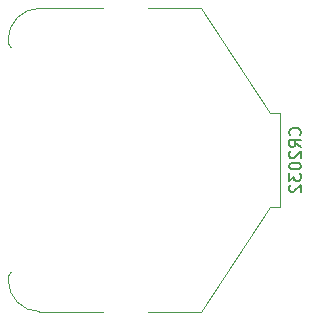
<source format=gbr>
%TF.GenerationSoftware,KiCad,Pcbnew,7.0.5*%
%TF.CreationDate,2024-01-30T14:43:17+01:00*%
%TF.ProjectId,DelaySw,44656c61-7953-4772-9e6b-696361645f70,rev?*%
%TF.SameCoordinates,Original*%
%TF.FileFunction,Legend,Bot*%
%TF.FilePolarity,Positive*%
%FSLAX46Y46*%
G04 Gerber Fmt 4.6, Leading zero omitted, Abs format (unit mm)*
G04 Created by KiCad (PCBNEW 7.0.5) date 2024-01-30 14:43:17*
%MOMM*%
%LPD*%
G01*
G04 APERTURE LIST*
%ADD10C,0.150000*%
%ADD11C,0.120000*%
G04 APERTURE END LIST*
D10*
%TO.C,CR2032*%
X54008580Y-39306761D02*
X54056200Y-39259142D01*
X54056200Y-39259142D02*
X54103819Y-39116285D01*
X54103819Y-39116285D02*
X54103819Y-39021047D01*
X54103819Y-39021047D02*
X54056200Y-38878190D01*
X54056200Y-38878190D02*
X53960961Y-38782952D01*
X53960961Y-38782952D02*
X53865723Y-38735333D01*
X53865723Y-38735333D02*
X53675247Y-38687714D01*
X53675247Y-38687714D02*
X53532390Y-38687714D01*
X53532390Y-38687714D02*
X53341914Y-38735333D01*
X53341914Y-38735333D02*
X53246676Y-38782952D01*
X53246676Y-38782952D02*
X53151438Y-38878190D01*
X53151438Y-38878190D02*
X53103819Y-39021047D01*
X53103819Y-39021047D02*
X53103819Y-39116285D01*
X53103819Y-39116285D02*
X53151438Y-39259142D01*
X53151438Y-39259142D02*
X53199057Y-39306761D01*
X54103819Y-40306761D02*
X53627628Y-39973428D01*
X54103819Y-39735333D02*
X53103819Y-39735333D01*
X53103819Y-39735333D02*
X53103819Y-40116285D01*
X53103819Y-40116285D02*
X53151438Y-40211523D01*
X53151438Y-40211523D02*
X53199057Y-40259142D01*
X53199057Y-40259142D02*
X53294295Y-40306761D01*
X53294295Y-40306761D02*
X53437152Y-40306761D01*
X53437152Y-40306761D02*
X53532390Y-40259142D01*
X53532390Y-40259142D02*
X53580009Y-40211523D01*
X53580009Y-40211523D02*
X53627628Y-40116285D01*
X53627628Y-40116285D02*
X53627628Y-39735333D01*
X53199057Y-40687714D02*
X53151438Y-40735333D01*
X53151438Y-40735333D02*
X53103819Y-40830571D01*
X53103819Y-40830571D02*
X53103819Y-41068666D01*
X53103819Y-41068666D02*
X53151438Y-41163904D01*
X53151438Y-41163904D02*
X53199057Y-41211523D01*
X53199057Y-41211523D02*
X53294295Y-41259142D01*
X53294295Y-41259142D02*
X53389533Y-41259142D01*
X53389533Y-41259142D02*
X53532390Y-41211523D01*
X53532390Y-41211523D02*
X54103819Y-40640095D01*
X54103819Y-40640095D02*
X54103819Y-41259142D01*
X53103819Y-41878190D02*
X53103819Y-41973428D01*
X53103819Y-41973428D02*
X53151438Y-42068666D01*
X53151438Y-42068666D02*
X53199057Y-42116285D01*
X53199057Y-42116285D02*
X53294295Y-42163904D01*
X53294295Y-42163904D02*
X53484771Y-42211523D01*
X53484771Y-42211523D02*
X53722866Y-42211523D01*
X53722866Y-42211523D02*
X53913342Y-42163904D01*
X53913342Y-42163904D02*
X54008580Y-42116285D01*
X54008580Y-42116285D02*
X54056200Y-42068666D01*
X54056200Y-42068666D02*
X54103819Y-41973428D01*
X54103819Y-41973428D02*
X54103819Y-41878190D01*
X54103819Y-41878190D02*
X54056200Y-41782952D01*
X54056200Y-41782952D02*
X54008580Y-41735333D01*
X54008580Y-41735333D02*
X53913342Y-41687714D01*
X53913342Y-41687714D02*
X53722866Y-41640095D01*
X53722866Y-41640095D02*
X53484771Y-41640095D01*
X53484771Y-41640095D02*
X53294295Y-41687714D01*
X53294295Y-41687714D02*
X53199057Y-41735333D01*
X53199057Y-41735333D02*
X53151438Y-41782952D01*
X53151438Y-41782952D02*
X53103819Y-41878190D01*
X53103819Y-42544857D02*
X53103819Y-43163904D01*
X53103819Y-43163904D02*
X53484771Y-42830571D01*
X53484771Y-42830571D02*
X53484771Y-42973428D01*
X53484771Y-42973428D02*
X53532390Y-43068666D01*
X53532390Y-43068666D02*
X53580009Y-43116285D01*
X53580009Y-43116285D02*
X53675247Y-43163904D01*
X53675247Y-43163904D02*
X53913342Y-43163904D01*
X53913342Y-43163904D02*
X54008580Y-43116285D01*
X54008580Y-43116285D02*
X54056200Y-43068666D01*
X54056200Y-43068666D02*
X54103819Y-42973428D01*
X54103819Y-42973428D02*
X54103819Y-42687714D01*
X54103819Y-42687714D02*
X54056200Y-42592476D01*
X54056200Y-42592476D02*
X54008580Y-42544857D01*
X53199057Y-43544857D02*
X53151438Y-43592476D01*
X53151438Y-43592476D02*
X53103819Y-43687714D01*
X53103819Y-43687714D02*
X53103819Y-43925809D01*
X53103819Y-43925809D02*
X53151438Y-44021047D01*
X53151438Y-44021047D02*
X53199057Y-44068666D01*
X53199057Y-44068666D02*
X53294295Y-44116285D01*
X53294295Y-44116285D02*
X53389533Y-44116285D01*
X53389533Y-44116285D02*
X53532390Y-44068666D01*
X53532390Y-44068666D02*
X54103819Y-43497238D01*
X54103819Y-43497238D02*
X54103819Y-44116285D01*
D11*
X37349000Y-54252000D02*
X31949000Y-54252000D01*
X45649000Y-54252000D02*
X41149000Y-54252000D01*
X51499000Y-45352000D02*
X45649000Y-54252000D01*
X52299000Y-45352000D02*
X51499000Y-45352000D01*
X52299000Y-45352000D02*
X52299000Y-37452000D01*
X51499000Y-37452000D02*
X45649000Y-28552000D01*
X52299000Y-37452000D02*
X51499000Y-37452000D01*
X37349000Y-28552000D02*
X31949000Y-28552000D01*
X45649000Y-28552000D02*
X41149000Y-28552000D01*
X29299000Y-51552000D02*
G75*
G03*
X31999000Y-54252000I2700001J1D01*
G01*
X29577249Y-50880249D02*
G75*
G03*
X29299000Y-51552000I671754J-671753D01*
G01*
X29299001Y-31252000D02*
G75*
G03*
X29577249Y-31923751I949999J0D01*
G01*
X31999000Y-28552000D02*
G75*
G03*
X29299000Y-31252000I0J-2700000D01*
G01*
%TD*%
M02*

</source>
